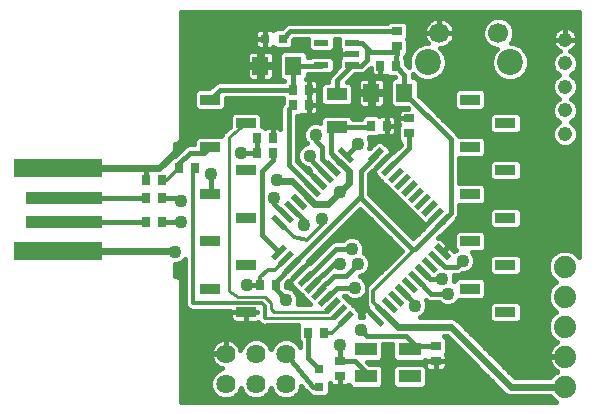
<source format=gtl>
G75*
G70*
%OFA0B0*%
%FSLAX24Y24*%
%IPPOS*%
%LPD*%
%AMOC8*
5,1,8,0,0,1.08239X$1,22.5*
%
%ADD10R,0.0276X0.0354*%
%ADD11R,0.0551X0.0630*%
%ADD12R,0.0354X0.0276*%
%ADD13R,0.0315X0.0315*%
%ADD14R,0.0591X0.0197*%
%ADD15R,0.0197X0.0591*%
%ADD16R,0.0748X0.0433*%
%ADD17R,0.0709X0.0394*%
%ADD18R,0.0472X0.0217*%
%ADD19R,0.2953X0.0591*%
%ADD20R,0.2559X0.0394*%
%ADD21R,0.0669X0.0335*%
%ADD22C,0.0640*%
%ADD23C,0.0740*%
%ADD24C,0.0476*%
%ADD25C,0.0866*%
%ADD26C,0.0669*%
%ADD27C,0.0240*%
%ADD28C,0.0160*%
%ADD29C,0.0436*%
%ADD30C,0.0120*%
%ADD31C,0.0100*%
D10*
X004944Y006401D03*
X005456Y006401D03*
X005456Y007201D03*
X004944Y007201D03*
X004944Y007801D03*
X005456Y007801D03*
X006044Y008201D03*
X006556Y008201D03*
X008644Y008701D03*
X009156Y008701D03*
X009156Y009201D03*
X008644Y009201D03*
X009844Y010301D03*
X010356Y010301D03*
X010356Y010801D03*
X009844Y010801D03*
X012444Y009601D03*
X012956Y009601D03*
X012744Y011601D03*
X013256Y011601D03*
X009256Y004301D03*
X008744Y004301D03*
X010344Y002701D03*
X010856Y002701D03*
D11*
X012449Y010701D03*
X013551Y010701D03*
X009851Y011601D03*
X008749Y011601D03*
D12*
X013300Y012245D03*
X013300Y012757D03*
X013700Y009857D03*
X013700Y009345D03*
X014600Y002257D03*
X014600Y001745D03*
X011400Y001757D03*
X011400Y001245D03*
D13*
X010700Y001496D03*
X010700Y000905D03*
X009495Y012501D03*
X008905Y012501D03*
D14*
G36*
X011733Y008351D02*
X011316Y008766D01*
X011455Y008905D01*
X011872Y008490D01*
X011733Y008351D01*
G37*
G36*
X011511Y008128D02*
X011094Y008543D01*
X011233Y008682D01*
X011650Y008267D01*
X011511Y008128D01*
G37*
G36*
X011288Y007905D02*
X010871Y008320D01*
X011010Y008459D01*
X011427Y008044D01*
X011288Y007905D01*
G37*
G36*
X011066Y007682D02*
X010649Y008097D01*
X010788Y008236D01*
X011205Y007821D01*
X011066Y007682D01*
G37*
G36*
X010844Y007459D02*
X010427Y007874D01*
X010566Y008013D01*
X010983Y007598D01*
X010844Y007459D01*
G37*
G36*
X010622Y007235D02*
X010205Y007650D01*
X010344Y007789D01*
X010761Y007374D01*
X010622Y007235D01*
G37*
G36*
X010399Y007012D02*
X009982Y007427D01*
X010121Y007566D01*
X010538Y007151D01*
X010399Y007012D01*
G37*
G36*
X010177Y006789D02*
X009760Y007204D01*
X009899Y007343D01*
X010316Y006928D01*
X010177Y006789D01*
G37*
G36*
X009955Y006566D02*
X009538Y006981D01*
X009677Y007120D01*
X010094Y006705D01*
X009955Y006566D01*
G37*
G36*
X009732Y006343D02*
X009315Y006758D01*
X009454Y006897D01*
X009871Y006482D01*
X009732Y006343D01*
G37*
G36*
X009510Y006120D02*
X009093Y006535D01*
X009232Y006674D01*
X009649Y006259D01*
X009510Y006120D01*
G37*
G36*
X013190Y003342D02*
X012773Y003757D01*
X012912Y003896D01*
X013329Y003481D01*
X013190Y003342D01*
G37*
G36*
X012967Y003119D02*
X012550Y003534D01*
X012689Y003673D01*
X013106Y003258D01*
X012967Y003119D01*
G37*
G36*
X012745Y002896D02*
X012328Y003311D01*
X012467Y003450D01*
X012884Y003035D01*
X012745Y002896D01*
G37*
G36*
X013412Y003566D02*
X012995Y003981D01*
X013134Y004120D01*
X013551Y003705D01*
X013412Y003566D01*
G37*
G36*
X013634Y003789D02*
X013217Y004204D01*
X013356Y004343D01*
X013773Y003928D01*
X013634Y003789D01*
G37*
G36*
X013856Y004012D02*
X013439Y004427D01*
X013578Y004566D01*
X013995Y004151D01*
X013856Y004012D01*
G37*
G36*
X014079Y004235D02*
X013662Y004650D01*
X013801Y004789D01*
X014218Y004374D01*
X014079Y004235D01*
G37*
G36*
X014301Y004458D02*
X013884Y004873D01*
X014023Y005012D01*
X014440Y004597D01*
X014301Y004458D01*
G37*
G36*
X014523Y004681D02*
X014106Y005096D01*
X014245Y005235D01*
X014662Y004820D01*
X014523Y004681D01*
G37*
G36*
X014746Y004904D02*
X014329Y005319D01*
X014468Y005458D01*
X014885Y005043D01*
X014746Y004904D01*
G37*
G36*
X014968Y005127D02*
X014551Y005542D01*
X014690Y005681D01*
X015107Y005266D01*
X014968Y005127D01*
G37*
D15*
G36*
X014689Y006128D02*
X014550Y006267D01*
X014965Y006684D01*
X015104Y006545D01*
X014689Y006128D01*
G37*
G36*
X014466Y006351D02*
X014327Y006490D01*
X014742Y006907D01*
X014881Y006768D01*
X014466Y006351D01*
G37*
G36*
X014243Y006573D02*
X014104Y006712D01*
X014519Y007129D01*
X014658Y006990D01*
X014243Y006573D01*
G37*
G36*
X014020Y006795D02*
X013881Y006934D01*
X014296Y007351D01*
X014435Y007212D01*
X014020Y006795D01*
G37*
G36*
X013797Y007018D02*
X013658Y007157D01*
X014073Y007574D01*
X014212Y007435D01*
X013797Y007018D01*
G37*
G36*
X013574Y007240D02*
X013435Y007379D01*
X013850Y007796D01*
X013989Y007657D01*
X013574Y007240D01*
G37*
G36*
X013351Y007462D02*
X013212Y007601D01*
X013627Y008018D01*
X013766Y007879D01*
X013351Y007462D01*
G37*
G36*
X013128Y007685D02*
X012989Y007824D01*
X013404Y008241D01*
X013543Y008102D01*
X013128Y007685D01*
G37*
G36*
X012905Y007907D02*
X012766Y008046D01*
X013181Y008463D01*
X013320Y008324D01*
X012905Y007907D01*
G37*
G36*
X012681Y008129D02*
X012542Y008268D01*
X012957Y008685D01*
X013096Y008546D01*
X012681Y008129D01*
G37*
G36*
X012458Y008352D02*
X012319Y008491D01*
X012734Y008908D01*
X012873Y008769D01*
X012458Y008352D01*
G37*
G36*
X009235Y005117D02*
X009096Y005256D01*
X009511Y005673D01*
X009650Y005534D01*
X009235Y005117D01*
G37*
G36*
X009458Y004894D02*
X009319Y005033D01*
X009734Y005450D01*
X009873Y005311D01*
X009458Y004894D01*
G37*
G36*
X009681Y004672D02*
X009542Y004811D01*
X009957Y005228D01*
X010096Y005089D01*
X009681Y004672D01*
G37*
G36*
X009904Y004450D02*
X009765Y004589D01*
X010180Y005006D01*
X010319Y004867D01*
X009904Y004450D01*
G37*
G36*
X010127Y004227D02*
X009988Y004366D01*
X010403Y004783D01*
X010542Y004644D01*
X010127Y004227D01*
G37*
G36*
X010350Y004005D02*
X010211Y004144D01*
X010626Y004561D01*
X010765Y004422D01*
X010350Y004005D01*
G37*
G36*
X010573Y003783D02*
X010434Y003922D01*
X010849Y004339D01*
X010988Y004200D01*
X010573Y003783D01*
G37*
G36*
X010796Y003561D02*
X010657Y003700D01*
X011072Y004117D01*
X011211Y003978D01*
X010796Y003561D01*
G37*
G36*
X011019Y003338D02*
X010880Y003477D01*
X011295Y003894D01*
X011434Y003755D01*
X011019Y003338D01*
G37*
G36*
X011243Y003116D02*
X011104Y003255D01*
X011519Y003672D01*
X011658Y003533D01*
X011243Y003116D01*
G37*
G36*
X011466Y002894D02*
X011327Y003033D01*
X011742Y003450D01*
X011881Y003311D01*
X011466Y002894D01*
G37*
D16*
X012272Y002153D03*
X012272Y001248D03*
X013728Y001248D03*
X013728Y002153D03*
D17*
X011300Y009549D03*
X011300Y010652D03*
D18*
X010788Y011627D03*
X010788Y012375D03*
X011812Y012375D03*
X011812Y012001D03*
X011812Y011627D03*
D19*
X002021Y008179D03*
X002021Y005423D03*
D20*
X002218Y006407D03*
X002218Y007194D03*
D21*
X007079Y007325D03*
X008260Y006538D03*
X007079Y005750D03*
X008260Y004963D03*
X007079Y004175D03*
X008260Y003388D03*
X008260Y008112D03*
X007079Y008900D03*
X008260Y009687D03*
X007079Y010475D03*
X015740Y010475D03*
X016921Y009687D03*
X015740Y008900D03*
X016921Y008112D03*
X015740Y007325D03*
X016921Y006538D03*
X015740Y005750D03*
X016921Y004963D03*
X015740Y004175D03*
X016921Y003388D03*
D22*
X009600Y002001D03*
X008600Y002001D03*
X007600Y002001D03*
X007600Y001001D03*
X008600Y001001D03*
X009600Y001001D03*
D23*
X018900Y000901D03*
X018900Y001901D03*
X018900Y002901D03*
X018900Y003901D03*
X018900Y004901D03*
D24*
X018906Y009326D03*
X018906Y010113D03*
X018906Y010901D03*
X018906Y011688D03*
X018906Y012475D03*
D25*
X017078Y011716D03*
X014322Y011716D03*
D26*
X014716Y012701D03*
X016684Y012701D03*
D27*
X011700Y008101D02*
X011396Y008405D01*
X011372Y008405D01*
X011700Y008101D02*
X011700Y007701D01*
X011400Y007401D01*
X011000Y007001D01*
X010549Y007001D01*
X010260Y007289D01*
X009805Y007745D01*
X009356Y007745D01*
X009300Y007801D01*
X007100Y009901D02*
X005378Y008179D01*
X004800Y008179D01*
X002021Y008179D01*
X002021Y005423D02*
X005822Y005423D01*
X005900Y005401D01*
X012828Y003396D02*
X013324Y002901D01*
X015100Y002901D01*
X017100Y000901D01*
X018900Y000901D01*
D28*
X006100Y000401D02*
X006100Y004483D01*
X005983Y004601D01*
X005900Y004601D01*
X005900Y004983D01*
X005983Y004983D01*
X006137Y005046D01*
X006240Y005149D01*
X006240Y003649D01*
X006280Y003553D01*
X006353Y003480D01*
X006448Y003441D01*
X007745Y003441D01*
X007745Y003392D01*
X008256Y003392D01*
X008256Y003441D01*
X008264Y003441D01*
X008264Y003392D01*
X008640Y003392D01*
X008640Y003384D01*
X008264Y003384D01*
X008264Y003392D01*
X008256Y003392D01*
X008256Y003384D01*
X008264Y003384D01*
X008264Y003041D01*
X008618Y003041D01*
X008664Y003053D01*
X008677Y003060D01*
X008680Y003053D01*
X008753Y002980D01*
X008848Y002941D01*
X008952Y002941D01*
X008976Y002951D01*
X010006Y002951D01*
X010006Y002441D01*
X010064Y002383D01*
X010064Y002239D01*
X010041Y002295D01*
X009895Y002441D01*
X009703Y002521D01*
X009497Y002521D01*
X009305Y002441D01*
X009159Y002295D01*
X009100Y002152D01*
X009041Y002295D01*
X008895Y002441D01*
X008703Y002521D01*
X008497Y002521D01*
X008305Y002441D01*
X008159Y002295D01*
X008087Y002120D01*
X008063Y002193D01*
X008028Y002263D01*
X007981Y002326D01*
X007926Y002382D01*
X007862Y002428D01*
X007792Y002464D01*
X007717Y002488D01*
X007639Y002501D01*
X007609Y002501D01*
X007609Y002009D01*
X007591Y002009D01*
X007591Y001992D01*
X007100Y001992D01*
X007100Y001961D01*
X007112Y001884D01*
X007137Y001809D01*
X007172Y001739D01*
X007219Y001675D01*
X007274Y001619D01*
X007338Y001573D01*
X007408Y001537D01*
X007480Y001514D01*
X007305Y001441D01*
X007159Y001295D01*
X007080Y001104D01*
X007080Y000897D01*
X007159Y000706D01*
X007305Y000560D01*
X007497Y000481D01*
X007703Y000481D01*
X007895Y000560D01*
X008041Y000706D01*
X008100Y000849D01*
X008159Y000706D01*
X008305Y000560D01*
X008497Y000481D01*
X008703Y000481D01*
X008895Y000560D01*
X009041Y000706D01*
X009100Y000849D01*
X009159Y000706D01*
X009305Y000560D01*
X009497Y000481D01*
X009703Y000481D01*
X009895Y000560D01*
X010041Y000706D01*
X010120Y000897D01*
X010120Y000922D01*
X010252Y000760D01*
X010258Y000747D01*
X010287Y000717D01*
X010314Y000685D01*
X010326Y000678D01*
X010337Y000668D01*
X010343Y000666D01*
X010343Y000665D01*
X010460Y000548D01*
X010940Y000548D01*
X011057Y000665D01*
X011057Y001033D01*
X011079Y000996D01*
X011112Y000963D01*
X011153Y000939D01*
X011199Y000927D01*
X011400Y000927D01*
X011601Y000927D01*
X011647Y000939D01*
X011688Y000963D01*
X011698Y000973D01*
X011698Y000948D01*
X011815Y000831D01*
X012729Y000831D01*
X012846Y000948D01*
X012846Y001547D01*
X012729Y001664D01*
X012388Y001664D01*
X012316Y001737D01*
X012729Y001737D01*
X012846Y001854D01*
X012846Y002321D01*
X013154Y002321D01*
X013154Y001854D01*
X013271Y001737D01*
X014185Y001737D01*
X014243Y001794D01*
X014243Y001745D01*
X014600Y001745D01*
X014957Y001745D01*
X014957Y001906D01*
X014945Y001952D01*
X014926Y001985D01*
X014977Y002036D01*
X014977Y002477D01*
X014874Y002581D01*
X014967Y002581D01*
X016919Y000629D01*
X017036Y000581D01*
X018416Y000581D01*
X018417Y000578D01*
X018577Y000417D01*
X018618Y000401D01*
X006100Y000401D01*
X006100Y000456D02*
X018538Y000456D01*
X018416Y001221D02*
X017233Y001221D01*
X015371Y003082D01*
X015281Y003172D01*
X015164Y003221D01*
X014075Y003221D01*
X014137Y003246D01*
X014254Y003364D01*
X014318Y003517D01*
X014318Y003684D01*
X014280Y003776D01*
X014292Y003763D01*
X014395Y003721D01*
X014689Y003721D01*
X014763Y003646D01*
X014917Y003583D01*
X015083Y003583D01*
X015237Y003646D01*
X015354Y003764D01*
X015373Y003808D01*
X016158Y003808D01*
X016275Y003925D01*
X016275Y004426D01*
X016158Y004543D01*
X015323Y004543D01*
X015218Y004438D01*
X015218Y004584D01*
X015203Y004621D01*
X015356Y004621D01*
X015459Y004663D01*
X015478Y004683D01*
X015583Y004683D01*
X015737Y004746D01*
X015854Y004864D01*
X015918Y005017D01*
X015918Y005184D01*
X015854Y005337D01*
X015809Y005383D01*
X016158Y005383D01*
X016275Y005500D01*
X016275Y006000D01*
X016158Y006118D01*
X015323Y006118D01*
X015206Y006000D01*
X015206Y005500D01*
X015257Y005449D01*
X015218Y005410D01*
X015026Y005602D01*
X014800Y005827D01*
X014759Y005850D01*
X014713Y005862D01*
X014665Y005862D01*
X014655Y005860D01*
X014723Y005928D01*
X014772Y005928D01*
X015306Y006464D01*
X015306Y006510D01*
X015337Y006542D01*
X015380Y006645D01*
X015380Y006958D01*
X016158Y006958D01*
X016275Y007075D01*
X016275Y007575D01*
X016158Y007692D01*
X015380Y007692D01*
X015380Y008533D01*
X016158Y008533D01*
X016275Y008650D01*
X016275Y009150D01*
X016158Y009267D01*
X015355Y009267D01*
X015337Y009310D01*
X015259Y009389D01*
X015259Y009389D01*
X014027Y010621D01*
X014027Y011098D01*
X013910Y011216D01*
X013831Y011216D01*
X013831Y011312D01*
X013963Y011180D01*
X014196Y011083D01*
X014448Y011083D01*
X014681Y011180D01*
X014859Y011358D01*
X014955Y011590D01*
X014955Y011842D01*
X014859Y012075D01*
X014748Y012186D01*
X014756Y012186D01*
X014836Y012199D01*
X014913Y012224D01*
X014985Y012260D01*
X015051Y012308D01*
X015108Y012365D01*
X015156Y012431D01*
X015193Y012503D01*
X015218Y012580D01*
X015230Y012660D01*
X015230Y012701D01*
X015230Y012741D01*
X015218Y012821D01*
X015193Y012898D01*
X015156Y012970D01*
X015108Y013036D01*
X015051Y013093D01*
X014985Y013141D01*
X014913Y013178D01*
X014836Y013203D01*
X014756Y013215D01*
X014716Y013215D01*
X014716Y012701D01*
X014716Y012701D01*
X015230Y012701D01*
X014716Y012701D01*
X014716Y012701D01*
X014716Y013215D01*
X014675Y013215D01*
X014595Y013203D01*
X014518Y013178D01*
X014446Y013141D01*
X014380Y013093D01*
X014323Y013036D01*
X014276Y012970D01*
X014239Y012898D01*
X014214Y012821D01*
X014201Y012741D01*
X014201Y012701D01*
X014716Y012701D01*
X014716Y012701D01*
X014201Y012701D01*
X014201Y012660D01*
X014214Y012580D01*
X014239Y012503D01*
X014276Y012431D01*
X014323Y012365D01*
X014339Y012349D01*
X014196Y012349D01*
X013963Y012253D01*
X013785Y012075D01*
X013689Y011842D01*
X013689Y011590D01*
X013708Y011545D01*
X013594Y011659D01*
X013594Y011861D01*
X013557Y011897D01*
X013558Y011907D01*
X013560Y011907D01*
X013677Y012024D01*
X013677Y012465D01*
X013642Y012501D01*
X013677Y012536D01*
X013677Y012977D01*
X013560Y013094D01*
X013040Y013094D01*
X012982Y013037D01*
X009695Y013037D01*
X009593Y012994D01*
X009457Y012858D01*
X009255Y012858D01*
X009186Y012789D01*
X009173Y012802D01*
X009132Y012826D01*
X009086Y012838D01*
X008905Y012838D01*
X008905Y012501D01*
X008905Y012501D01*
X008905Y012838D01*
X008724Y012838D01*
X008678Y012826D01*
X008637Y012802D01*
X008603Y012769D01*
X008580Y012728D01*
X008567Y012682D01*
X008567Y012501D01*
X008905Y012501D01*
X008905Y012501D01*
X008905Y012163D01*
X009086Y012163D01*
X009132Y012175D01*
X009173Y012199D01*
X009186Y012212D01*
X009255Y012143D01*
X009736Y012143D01*
X009853Y012260D01*
X009853Y012462D01*
X009867Y012477D01*
X010352Y012477D01*
X010352Y012184D01*
X010469Y012066D01*
X011107Y012066D01*
X011224Y012184D01*
X011224Y012477D01*
X011376Y012477D01*
X011376Y012184D01*
X011402Y012157D01*
X011396Y012133D01*
X011396Y012001D01*
X011812Y012001D01*
X011812Y012001D01*
X011396Y012001D01*
X011396Y011869D01*
X011402Y011844D01*
X011376Y011818D01*
X011376Y011586D01*
X011063Y011273D01*
X011020Y011170D01*
X011020Y011049D01*
X010863Y011049D01*
X010746Y010932D01*
X010746Y010372D01*
X010863Y010255D01*
X011737Y010255D01*
X011854Y010372D01*
X011854Y010932D01*
X011737Y011049D01*
X011630Y011049D01*
X011900Y011318D01*
X012131Y011318D01*
X012133Y011321D01*
X012156Y011321D01*
X012259Y011363D01*
X012337Y011442D01*
X012426Y011531D01*
X012426Y011400D01*
X012439Y011354D01*
X012462Y011313D01*
X012496Y011279D01*
X012537Y011256D01*
X012583Y011243D01*
X012744Y011243D01*
X012744Y011601D01*
X012744Y011601D01*
X012744Y011243D01*
X012906Y011243D01*
X012951Y011256D01*
X012984Y011275D01*
X013035Y011223D01*
X013237Y011223D01*
X013245Y011216D01*
X013193Y011216D01*
X013076Y011098D01*
X013076Y010303D01*
X013193Y010186D01*
X013670Y010186D01*
X013682Y010174D01*
X013499Y010174D01*
X013453Y010162D01*
X013412Y010138D01*
X013379Y010105D01*
X013355Y010064D01*
X013343Y010018D01*
X013343Y009857D01*
X013700Y009857D01*
X013700Y009857D01*
X013343Y009857D01*
X013343Y009695D01*
X013355Y009649D01*
X013274Y009649D01*
X013274Y009601D02*
X013274Y009801D01*
X013261Y009847D01*
X013238Y009888D01*
X013204Y009922D01*
X013163Y009946D01*
X013117Y009958D01*
X012956Y009958D01*
X012956Y009601D01*
X012956Y009601D01*
X012956Y009958D01*
X012794Y009958D01*
X012749Y009946D01*
X012716Y009927D01*
X012665Y009978D01*
X012223Y009978D01*
X012106Y009861D01*
X012106Y009829D01*
X011854Y009829D01*
X011737Y009946D01*
X010863Y009946D01*
X010746Y009829D01*
X010746Y009693D01*
X010683Y009719D01*
X010517Y009719D01*
X010363Y009655D01*
X010246Y009537D01*
X010182Y009384D01*
X010182Y009217D01*
X010246Y009064D01*
X010298Y009011D01*
X010163Y008955D01*
X010046Y008837D01*
X009982Y008684D01*
X009982Y008517D01*
X010046Y008364D01*
X010163Y008246D01*
X010317Y008183D01*
X010322Y008183D01*
X010401Y008104D01*
X010368Y008071D01*
X010344Y008047D01*
X009980Y008411D01*
X009980Y009923D01*
X010065Y009923D01*
X010116Y009975D01*
X010149Y009956D01*
X010194Y009943D01*
X010356Y009943D01*
X010517Y009943D01*
X010563Y009956D01*
X010604Y009979D01*
X010638Y010013D01*
X010661Y010054D01*
X010674Y010100D01*
X010674Y010301D01*
X010674Y010501D01*
X010661Y010547D01*
X010659Y010551D01*
X010661Y010554D01*
X010674Y010600D01*
X010746Y010600D01*
X010674Y010600D02*
X010674Y010801D01*
X010674Y011001D01*
X010661Y011047D01*
X010638Y011088D01*
X010604Y011122D01*
X010563Y011146D01*
X010517Y011158D01*
X010356Y011158D01*
X010356Y010801D01*
X010356Y010801D01*
X010356Y011158D01*
X010282Y011158D01*
X010327Y011203D01*
X010327Y011321D01*
X010467Y011321D01*
X010469Y011318D01*
X011107Y011318D01*
X011224Y011436D01*
X011224Y011818D01*
X011107Y011935D01*
X010469Y011935D01*
X010415Y011881D01*
X010327Y011881D01*
X010327Y011998D01*
X010210Y012116D01*
X009493Y012116D01*
X009376Y011998D01*
X009376Y011203D01*
X009493Y011086D01*
X009531Y011086D01*
X009526Y011081D01*
X007349Y011081D01*
X007246Y011038D01*
X007050Y010842D01*
X006661Y010842D01*
X006544Y010725D01*
X006544Y010224D01*
X006661Y010107D01*
X007496Y010107D01*
X007613Y010224D01*
X007613Y010521D01*
X009506Y010521D01*
X009506Y010359D01*
X009463Y010315D01*
X009420Y010212D01*
X009420Y009506D01*
X009404Y009522D01*
X009363Y009546D01*
X009317Y009558D01*
X009156Y009558D01*
X009156Y009201D01*
X009156Y009201D01*
X009156Y009558D01*
X008994Y009558D01*
X008949Y009546D01*
X008916Y009527D01*
X008865Y009578D01*
X008794Y009578D01*
X008794Y009937D01*
X008677Y010055D01*
X007842Y010055D01*
X007725Y009937D01*
X007725Y009572D01*
X007570Y009444D01*
X007558Y009439D01*
X007532Y009413D01*
X007503Y009389D01*
X007497Y009378D01*
X007488Y009369D01*
X007474Y009334D01*
X007456Y009301D01*
X007455Y009289D01*
X007450Y009277D01*
X007450Y009267D01*
X006661Y009267D01*
X006544Y009150D01*
X006544Y008981D01*
X006344Y008981D01*
X006241Y008938D01*
X005900Y008597D01*
X005900Y009001D01*
X005983Y009001D01*
X006100Y009118D01*
X006100Y013397D01*
X019370Y013397D01*
X019370Y005237D01*
X019223Y005384D01*
X019013Y005471D01*
X018787Y005471D01*
X018577Y005384D01*
X018417Y005224D01*
X018330Y005014D01*
X018330Y004787D01*
X018417Y004578D01*
X018577Y004417D01*
X018618Y004401D01*
X018577Y004384D01*
X018417Y004224D01*
X018330Y004014D01*
X018330Y003787D01*
X018417Y003578D01*
X018577Y003417D01*
X018618Y003401D01*
X018577Y003384D01*
X018417Y003224D01*
X018330Y003014D01*
X018330Y002787D01*
X018417Y002578D01*
X018577Y002417D01*
X018646Y002389D01*
X018612Y002371D01*
X018542Y002320D01*
X018480Y002259D01*
X018430Y002189D01*
X018390Y002112D01*
X018364Y002029D01*
X018350Y001944D01*
X018350Y001921D01*
X018880Y001921D01*
X018880Y001881D01*
X018350Y001881D01*
X018350Y001857D01*
X018364Y001772D01*
X018390Y001690D01*
X018430Y001612D01*
X018480Y001542D01*
X018542Y001481D01*
X018612Y001430D01*
X018646Y001413D01*
X018577Y001384D01*
X018417Y001224D01*
X018416Y001221D01*
X018442Y001249D02*
X017205Y001249D01*
X017046Y001407D02*
X018633Y001407D01*
X018464Y001566D02*
X016888Y001566D01*
X016729Y001724D02*
X018379Y001724D01*
X018367Y002041D02*
X016412Y002041D01*
X016571Y001883D02*
X018880Y001883D01*
X018437Y002200D02*
X016254Y002200D01*
X016095Y002358D02*
X018594Y002358D01*
X018478Y002517D02*
X015937Y002517D01*
X015778Y002675D02*
X018376Y002675D01*
X018330Y002834D02*
X015620Y002834D01*
X015461Y002992D02*
X018330Y002992D01*
X018387Y003151D02*
X017456Y003151D01*
X017456Y003138D02*
X017456Y003638D01*
X017339Y003755D01*
X016504Y003755D01*
X016387Y003638D01*
X016387Y003138D01*
X016504Y003021D01*
X017339Y003021D01*
X017456Y003138D01*
X017456Y003309D02*
X018502Y003309D01*
X018527Y003468D02*
X017456Y003468D01*
X017456Y003626D02*
X018397Y003626D01*
X018331Y003785D02*
X015363Y003785D01*
X015189Y003626D02*
X016387Y003626D01*
X016387Y003468D02*
X014297Y003468D01*
X014318Y003626D02*
X014811Y003626D01*
X015000Y004001D02*
X014451Y004001D01*
X013940Y004512D01*
X014162Y004735D02*
X014396Y004501D01*
X014800Y004501D01*
X015218Y004577D02*
X018417Y004577D01*
X018576Y004419D02*
X016275Y004419D01*
X016275Y004260D02*
X018453Y004260D01*
X018366Y004102D02*
X016275Y004102D01*
X016275Y003943D02*
X018330Y003943D01*
X017456Y004713D02*
X017339Y004596D01*
X016504Y004596D01*
X016387Y004713D01*
X016387Y005213D01*
X016504Y005330D01*
X017339Y005330D01*
X017456Y005213D01*
X017456Y004713D01*
X017456Y004736D02*
X018351Y004736D01*
X018330Y004894D02*
X017456Y004894D01*
X017456Y005053D02*
X018346Y005053D01*
X018412Y005211D02*
X017456Y005211D01*
X018563Y005370D02*
X015822Y005370D01*
X015907Y005211D02*
X016387Y005211D01*
X016387Y005053D02*
X015918Y005053D01*
X015867Y004894D02*
X016387Y004894D01*
X016387Y004736D02*
X015711Y004736D01*
X015500Y005101D02*
X015300Y004901D01*
X014900Y004901D01*
X014619Y005181D01*
X014607Y005181D01*
X014829Y005404D02*
X014829Y005404D01*
X015026Y005602D01*
X014829Y005404D01*
X014953Y005528D02*
X014953Y005528D01*
X015099Y005528D02*
X015206Y005528D01*
X015206Y005687D02*
X014940Y005687D01*
X014768Y005845D02*
X015206Y005845D01*
X015209Y006004D02*
X014847Y006004D01*
X015005Y006162D02*
X019370Y006162D01*
X019370Y006004D02*
X016272Y006004D01*
X016275Y005845D02*
X019370Y005845D01*
X019370Y005687D02*
X016275Y005687D01*
X016275Y005528D02*
X019370Y005528D01*
X019370Y005370D02*
X019237Y005370D01*
X019370Y006321D02*
X017456Y006321D01*
X017456Y006287D02*
X017339Y006170D01*
X016504Y006170D01*
X016387Y006287D01*
X016387Y006788D01*
X016504Y006905D01*
X017339Y006905D01*
X017456Y006788D01*
X017456Y006287D01*
X017456Y006479D02*
X019370Y006479D01*
X019370Y006638D02*
X017456Y006638D01*
X017448Y006796D02*
X019370Y006796D01*
X019370Y006955D02*
X015380Y006955D01*
X015380Y006796D02*
X016395Y006796D01*
X016387Y006638D02*
X015377Y006638D01*
X015306Y006479D02*
X016387Y006479D01*
X016387Y006321D02*
X015163Y006321D01*
X014827Y006406D02*
X014827Y006428D01*
X015100Y006701D01*
X015100Y009152D01*
X013551Y010701D01*
X013551Y011305D01*
X013256Y011601D01*
X013300Y012245D01*
X013197Y012053D01*
X012447Y012053D01*
X012300Y012201D01*
X012300Y011801D01*
X012100Y011601D01*
X011838Y011601D01*
X011812Y011627D01*
X011300Y011115D01*
X011300Y010652D01*
X011854Y010600D02*
X011993Y010600D01*
X011993Y010643D02*
X011993Y010362D01*
X012005Y010316D01*
X012029Y010275D01*
X012063Y010242D01*
X012104Y010218D01*
X012150Y010206D01*
X012391Y010206D01*
X012391Y010643D01*
X011993Y010643D01*
X011993Y010758D02*
X011993Y011039D01*
X012005Y011085D01*
X012029Y011126D01*
X012063Y011160D01*
X012104Y011183D01*
X012150Y011196D01*
X012391Y011196D01*
X012391Y010758D01*
X012391Y010643D01*
X012507Y010643D01*
X012507Y010758D01*
X012904Y010758D01*
X012904Y011039D01*
X012892Y011085D01*
X012868Y011126D01*
X012835Y011160D01*
X012794Y011183D01*
X012748Y011196D01*
X012507Y011196D01*
X012507Y010758D01*
X012391Y010758D01*
X011993Y010758D01*
X011993Y010759D02*
X011854Y010759D01*
X011854Y010917D02*
X011993Y010917D01*
X012003Y011076D02*
X011657Y011076D01*
X011815Y011234D02*
X013025Y011234D01*
X013076Y011076D02*
X012895Y011076D01*
X012904Y010917D02*
X013076Y010917D01*
X013076Y010759D02*
X012904Y010759D01*
X012904Y010643D02*
X012507Y010643D01*
X012507Y010206D01*
X012748Y010206D01*
X012794Y010218D01*
X012835Y010242D01*
X012868Y010275D01*
X012892Y010316D01*
X012904Y010362D01*
X012904Y010643D01*
X012904Y010600D02*
X013076Y010600D01*
X013076Y010442D02*
X012904Y010442D01*
X012873Y010283D02*
X013095Y010283D01*
X013399Y010125D02*
X010674Y010125D01*
X010674Y010283D02*
X010835Y010283D01*
X010674Y010301D02*
X010356Y010301D01*
X010356Y010301D01*
X010356Y010658D01*
X010356Y010801D01*
X010674Y010801D01*
X010356Y010801D01*
X010356Y010801D01*
X010356Y010801D01*
X010356Y010301D01*
X010674Y010301D01*
X010674Y010442D02*
X010746Y010442D01*
X010356Y010442D02*
X010356Y010442D01*
X010356Y010301D02*
X010356Y010301D01*
X010356Y009943D01*
X010356Y010301D01*
X010356Y010301D01*
X010356Y010283D02*
X010356Y010283D01*
X010356Y010125D02*
X010356Y010125D01*
X010356Y009966D02*
X010356Y009966D01*
X010581Y009966D02*
X012212Y009966D01*
X012391Y010283D02*
X012507Y010283D01*
X012507Y010442D02*
X012391Y010442D01*
X012391Y010600D02*
X012507Y010600D01*
X012507Y010759D02*
X012391Y010759D01*
X012391Y010917D02*
X012507Y010917D01*
X012507Y011076D02*
X012391Y011076D01*
X012428Y011393D02*
X012288Y011393D01*
X012744Y011393D02*
X012744Y011393D01*
X012744Y011551D02*
X012744Y011551D01*
X013594Y011710D02*
X013689Y011710D01*
X013700Y011868D02*
X013586Y011868D01*
X013677Y012027D02*
X013765Y012027D01*
X013677Y012185D02*
X013896Y012185D01*
X013677Y012344D02*
X014182Y012344D01*
X014239Y012502D02*
X013643Y012502D01*
X013677Y012661D02*
X014201Y012661D01*
X014213Y012819D02*
X013677Y012819D01*
X013677Y012978D02*
X014281Y012978D01*
X014440Y013136D02*
X006100Y013136D01*
X006100Y012978D02*
X009576Y012978D01*
X009751Y012757D02*
X009495Y012501D01*
X009751Y012757D02*
X013300Y012757D01*
X012300Y012201D02*
X012126Y012375D01*
X011812Y012375D01*
X011376Y012344D02*
X011224Y012344D01*
X011224Y012185D02*
X011376Y012185D01*
X011396Y012027D02*
X010299Y012027D01*
X010352Y012185D02*
X009778Y012185D01*
X009853Y012344D02*
X010352Y012344D01*
X011174Y011868D02*
X011396Y011868D01*
X011376Y011710D02*
X011224Y011710D01*
X011224Y011551D02*
X011340Y011551D01*
X011182Y011393D02*
X011182Y011393D01*
X011046Y011234D02*
X010327Y011234D01*
X010356Y011076D02*
X010356Y011076D01*
X010356Y010917D02*
X010356Y010917D01*
X010356Y010759D02*
X010356Y010759D01*
X010674Y010759D02*
X010746Y010759D01*
X010746Y010917D02*
X010674Y010917D01*
X010645Y011076D02*
X011020Y011076D01*
X010762Y011601D02*
X009851Y011601D01*
X009844Y011594D01*
X009844Y010801D01*
X007405Y010801D01*
X007079Y010475D01*
X006544Y010442D02*
X006100Y010442D01*
X006100Y010600D02*
X006544Y010600D01*
X006578Y010759D02*
X006100Y010759D01*
X006100Y010917D02*
X007125Y010917D01*
X007337Y011076D02*
X006100Y011076D01*
X006100Y011234D02*
X008301Y011234D01*
X008305Y011216D02*
X008329Y011175D01*
X008363Y011142D01*
X008404Y011118D01*
X008450Y011106D01*
X008691Y011106D01*
X008691Y011543D01*
X008293Y011543D01*
X008293Y011262D01*
X008305Y011216D01*
X008293Y011393D02*
X006100Y011393D01*
X006100Y011551D02*
X008691Y011551D01*
X008691Y011543D02*
X008691Y011658D01*
X008293Y011658D01*
X008293Y011939D01*
X008305Y011985D01*
X008329Y012026D01*
X008363Y012060D01*
X008404Y012083D01*
X008450Y012096D01*
X008691Y012096D01*
X008691Y011658D01*
X008807Y011658D01*
X009204Y011658D01*
X009204Y011939D01*
X009192Y011985D01*
X009168Y012026D01*
X009135Y012060D01*
X009094Y012083D01*
X009048Y012096D01*
X008807Y012096D01*
X008807Y011658D01*
X008807Y011543D01*
X009204Y011543D01*
X009204Y011262D01*
X009192Y011216D01*
X009168Y011175D01*
X009135Y011142D01*
X009094Y011118D01*
X009048Y011106D01*
X008807Y011106D01*
X008807Y011543D01*
X008691Y011543D01*
X008807Y011551D02*
X009376Y011551D01*
X009376Y011393D02*
X009204Y011393D01*
X009197Y011234D02*
X009376Y011234D01*
X009376Y011710D02*
X009204Y011710D01*
X009204Y011868D02*
X009376Y011868D01*
X009404Y012027D02*
X009168Y012027D01*
X009149Y012185D02*
X009213Y012185D01*
X008905Y012185D02*
X008905Y012185D01*
X008905Y012163D02*
X008905Y012501D01*
X008905Y012501D01*
X008567Y012501D01*
X008567Y012319D01*
X008580Y012274D01*
X008603Y012233D01*
X008637Y012199D01*
X008678Y012175D01*
X008724Y012163D01*
X008905Y012163D01*
X008807Y012027D02*
X008691Y012027D01*
X008691Y011868D02*
X008807Y011868D01*
X008807Y011710D02*
X008691Y011710D01*
X008691Y011393D02*
X008807Y011393D01*
X008807Y011234D02*
X008691Y011234D01*
X008293Y011710D02*
X006100Y011710D01*
X006100Y011868D02*
X008293Y011868D01*
X008330Y012027D02*
X006100Y012027D01*
X006100Y012185D02*
X008661Y012185D01*
X008567Y012344D02*
X006100Y012344D01*
X006100Y012502D02*
X008567Y012502D01*
X008567Y012661D02*
X006100Y012661D01*
X006100Y012819D02*
X008666Y012819D01*
X008905Y012819D02*
X008905Y012819D01*
X008905Y012661D02*
X008905Y012661D01*
X008905Y012502D02*
X008905Y012502D01*
X008905Y012344D02*
X008905Y012344D01*
X009143Y012819D02*
X009216Y012819D01*
X010762Y011601D02*
X010788Y011627D01*
X010356Y010600D02*
X010356Y010600D01*
X009844Y010301D02*
X009700Y010157D01*
X009700Y008295D01*
X010483Y007512D01*
X010705Y007736D02*
X010368Y008071D01*
X010705Y007736D01*
X010705Y007736D01*
X010693Y007747D02*
X010693Y007747D01*
X010534Y007906D02*
X010534Y007906D01*
X010375Y008064D02*
X010375Y008064D01*
X010361Y008064D02*
X010327Y008064D01*
X010220Y008223D02*
X010168Y008223D01*
X010038Y008381D02*
X010010Y008381D01*
X009980Y008540D02*
X009982Y008540D01*
X009980Y008698D02*
X009988Y008698D01*
X009980Y008857D02*
X010065Y008857D01*
X009980Y009015D02*
X010294Y009015D01*
X010200Y009174D02*
X009980Y009174D01*
X009980Y009332D02*
X010182Y009332D01*
X010226Y009491D02*
X009980Y009491D01*
X009980Y009649D02*
X010357Y009649D01*
X010131Y009966D02*
X010107Y009966D01*
X009980Y009808D02*
X010746Y009808D01*
X011100Y009501D02*
X011149Y009549D01*
X011300Y009549D01*
X012393Y009549D01*
X012444Y009601D01*
X012360Y009223D02*
X012665Y009223D01*
X012716Y009275D01*
X012749Y009256D01*
X012794Y009243D01*
X012956Y009243D01*
X013117Y009243D01*
X013163Y009256D01*
X013204Y009279D01*
X013238Y009313D01*
X013261Y009354D01*
X013274Y009400D01*
X013274Y009601D01*
X012956Y009601D01*
X012956Y009601D01*
X013274Y009601D01*
X013323Y009565D02*
X013323Y009124D01*
X013421Y009026D01*
X013422Y008960D01*
X013180Y008719D01*
X013155Y008744D01*
X012819Y008407D01*
X012484Y008071D01*
X012819Y008407D01*
X012819Y008407D01*
X013155Y008744D01*
X013074Y008824D01*
X013074Y008853D01*
X012818Y009108D01*
X012652Y009108D01*
X012387Y008842D01*
X012418Y008917D01*
X012418Y009084D01*
X012360Y009223D01*
X012381Y009174D02*
X013323Y009174D01*
X013421Y009015D02*
X012911Y009015D01*
X013070Y008857D02*
X013318Y008857D01*
X013109Y008698D02*
X013109Y008698D01*
X012951Y008540D02*
X012951Y008540D01*
X012819Y008407D02*
X012819Y008407D01*
X012793Y008381D02*
X012793Y008381D01*
X012635Y008223D02*
X012635Y008223D01*
X012475Y008080D02*
X012484Y008071D01*
X012564Y007990D01*
X012565Y007962D01*
X012788Y007740D01*
X012788Y007740D01*
X013011Y007518D01*
X013011Y007518D01*
X013234Y007295D01*
X013457Y007073D01*
X013457Y007073D01*
X013680Y006851D01*
X013680Y006851D01*
X013903Y006628D01*
X014160Y006372D01*
X014188Y006372D01*
X014269Y006292D01*
X014282Y006279D01*
X013850Y005847D01*
X012380Y007317D01*
X012380Y007985D01*
X012475Y008080D01*
X012460Y008064D02*
X012491Y008064D01*
X012380Y007906D02*
X012621Y007906D01*
X012780Y007747D02*
X012380Y007747D01*
X012380Y007589D02*
X012939Y007589D01*
X013098Y007430D02*
X012380Y007430D01*
X012425Y007272D02*
X013257Y007272D01*
X013234Y007295D02*
X013234Y007295D01*
X013417Y007113D02*
X012583Y007113D01*
X012742Y006955D02*
X013576Y006955D01*
X013735Y006796D02*
X012900Y006796D01*
X013059Y006638D02*
X013894Y006638D01*
X013903Y006628D02*
X013903Y006628D01*
X014053Y006479D02*
X013217Y006479D01*
X013376Y006321D02*
X014240Y006321D01*
X014269Y006292D02*
X014604Y006629D01*
X014604Y006629D01*
X014269Y006292D01*
X014297Y006321D02*
X014297Y006321D01*
X014455Y006479D02*
X014455Y006479D01*
X014806Y006406D02*
X014827Y006406D01*
X014806Y006406D02*
X013900Y005501D01*
X013800Y005501D01*
X012100Y007201D01*
X012085Y007216D01*
X012100Y007231D01*
X012100Y008101D01*
X012596Y008597D01*
X012596Y008630D01*
X012401Y008857D02*
X012393Y008857D01*
X012418Y009015D02*
X012559Y009015D01*
X012956Y009243D02*
X012956Y009601D01*
X012956Y009243D01*
X012956Y009332D02*
X012956Y009332D01*
X012956Y009491D02*
X012956Y009491D01*
X012956Y009601D02*
X012956Y009601D01*
X012956Y009649D02*
X012956Y009649D01*
X012956Y009808D02*
X012956Y009808D01*
X012676Y009966D02*
X013343Y009966D01*
X013343Y009808D02*
X013272Y009808D01*
X013355Y009649D02*
X013374Y009617D01*
X013323Y009565D01*
X013323Y009491D02*
X013274Y009491D01*
X013249Y009332D02*
X013323Y009332D01*
X013700Y009345D02*
X013702Y008845D01*
X013043Y008185D01*
X012000Y009001D02*
X011627Y008628D01*
X011594Y008628D01*
X011372Y008405D02*
X011100Y008677D01*
X011100Y009501D01*
X010600Y009301D02*
X010600Y009101D01*
X010800Y008901D01*
X010800Y008501D01*
X011119Y008182D01*
X011149Y008182D01*
X010927Y007973D02*
X010500Y008401D01*
X010400Y008601D01*
X010927Y007973D02*
X010927Y007959D01*
X012085Y007216D02*
X009819Y004950D01*
X009256Y004387D01*
X009256Y004301D01*
X009256Y004145D01*
X009600Y003801D01*
X009890Y004102D02*
X009969Y004102D01*
X010010Y004060D02*
X010010Y004060D01*
X010233Y003838D01*
X010421Y003651D01*
X009990Y003651D01*
X010018Y003717D01*
X010018Y003884D01*
X009954Y004037D01*
X009837Y004155D01*
X009683Y004219D01*
X009594Y004219D01*
X009594Y004329D01*
X009681Y004416D01*
X009706Y004391D01*
X010042Y004728D01*
X010377Y005064D01*
X010403Y005039D01*
X011023Y005659D01*
X011102Y005738D01*
X011205Y005781D01*
X011489Y005781D01*
X011563Y005855D01*
X011717Y005919D01*
X011883Y005919D01*
X012037Y005855D01*
X012154Y005737D01*
X012218Y005584D01*
X012218Y005417D01*
X012199Y005371D01*
X012237Y005355D01*
X012354Y005237D01*
X012418Y005084D01*
X012418Y004917D01*
X012354Y004764D01*
X012237Y004646D01*
X012083Y004583D01*
X012071Y004583D01*
X012137Y004555D01*
X012254Y004437D01*
X012317Y004286D01*
X013468Y005436D01*
X012085Y006820D01*
X010353Y005089D01*
X010377Y005064D01*
X010042Y004728D01*
X010042Y004728D01*
X010042Y004728D01*
X009706Y004391D01*
X009787Y004311D01*
X009787Y004283D01*
X010010Y004060D01*
X009994Y003943D02*
X010128Y003943D01*
X010233Y003838D02*
X010233Y003838D01*
X010287Y003785D02*
X010018Y003785D01*
X009810Y004260D02*
X009594Y004260D01*
X009734Y004419D02*
X009734Y004419D01*
X009892Y004577D02*
X009892Y004577D01*
X010265Y004505D02*
X011260Y005501D01*
X011800Y005501D01*
X012176Y005687D02*
X013218Y005687D01*
X013059Y005845D02*
X012047Y005845D01*
X012218Y005528D02*
X013376Y005528D01*
X013401Y005370D02*
X012202Y005370D01*
X012365Y005211D02*
X013243Y005211D01*
X013084Y005053D02*
X012418Y005053D01*
X012408Y004894D02*
X012926Y004894D01*
X012767Y004736D02*
X012326Y004736D01*
X012084Y004577D02*
X012609Y004577D01*
X012450Y004419D02*
X012262Y004419D01*
X011900Y004201D02*
X011296Y004201D01*
X010934Y003839D01*
X010938Y003839D01*
X010711Y004061D02*
X010711Y004112D01*
X011200Y004601D01*
X011600Y004601D01*
X012000Y005001D01*
X011400Y005001D02*
X011200Y005001D01*
X010488Y004289D01*
X010488Y004283D01*
X010050Y004736D02*
X010050Y004736D01*
X010208Y004894D02*
X010208Y004894D01*
X010366Y005053D02*
X010366Y005053D01*
X010389Y005053D02*
X010416Y005053D01*
X010476Y005211D02*
X010575Y005211D01*
X010634Y005370D02*
X010733Y005370D01*
X010793Y005528D02*
X010892Y005528D01*
X010951Y005687D02*
X011050Y005687D01*
X011110Y005845D02*
X011553Y005845D01*
X011268Y006004D02*
X012901Y006004D01*
X012742Y006162D02*
X011427Y006162D01*
X011585Y006321D02*
X012584Y006321D01*
X012425Y006479D02*
X011744Y006479D01*
X011902Y006638D02*
X012267Y006638D01*
X012108Y006796D02*
X012061Y006796D01*
X012100Y007201D02*
X012100Y007201D01*
X013534Y006162D02*
X014166Y006162D01*
X014007Y006004D02*
X013693Y006004D01*
X013495Y004066D02*
X013900Y003661D01*
X013900Y003601D01*
X014200Y003309D02*
X016387Y003309D01*
X016387Y003151D02*
X015303Y003151D01*
X015031Y002517D02*
X014938Y002517D01*
X014977Y002358D02*
X015190Y002358D01*
X015348Y002200D02*
X014977Y002200D01*
X014977Y002041D02*
X015507Y002041D01*
X015665Y001883D02*
X014957Y001883D01*
X014957Y001745D02*
X014600Y001745D01*
X014600Y001745D01*
X014600Y001745D01*
X014243Y001745D01*
X014243Y001607D01*
X014185Y001664D01*
X013271Y001664D01*
X013154Y001547D01*
X013154Y000948D01*
X013271Y000831D01*
X014185Y000831D01*
X014302Y000948D01*
X014302Y001473D01*
X014312Y001463D01*
X014353Y001439D01*
X014399Y001427D01*
X014600Y001427D01*
X014801Y001427D01*
X014847Y001439D01*
X014888Y001463D01*
X014921Y001496D01*
X014945Y001537D01*
X014957Y001583D01*
X014957Y001745D01*
X014957Y001724D02*
X015824Y001724D01*
X015982Y001566D02*
X014952Y001566D01*
X014600Y001566D02*
X014600Y001566D01*
X014600Y001427D02*
X014600Y001745D01*
X014600Y001745D01*
X014600Y001427D01*
X014302Y001407D02*
X016141Y001407D01*
X016299Y001249D02*
X014302Y001249D01*
X014302Y001090D02*
X016458Y001090D01*
X016616Y000932D02*
X014286Y000932D01*
X014243Y001724D02*
X012328Y001724D01*
X012272Y001385D02*
X011900Y001757D01*
X011400Y001757D01*
X011400Y002301D01*
X012100Y002801D02*
X012300Y002601D01*
X013600Y002601D01*
X013831Y002369D01*
X013831Y002257D01*
X013728Y002153D01*
X013831Y002257D02*
X014600Y002257D01*
X014600Y001724D02*
X014600Y001724D01*
X013173Y001566D02*
X012827Y001566D01*
X012846Y001407D02*
X013154Y001407D01*
X013154Y001249D02*
X012846Y001249D01*
X012846Y001090D02*
X013154Y001090D01*
X013171Y000932D02*
X012829Y000932D01*
X012272Y001248D02*
X012272Y001385D01*
X011714Y000932D02*
X011618Y000932D01*
X011400Y000932D02*
X011400Y000932D01*
X011400Y000927D02*
X011400Y001245D01*
X011400Y001245D01*
X011400Y000927D01*
X011400Y001090D02*
X011400Y001090D01*
X011182Y000932D02*
X011057Y000932D01*
X011057Y000773D02*
X016775Y000773D01*
X016954Y000615D02*
X011007Y000615D01*
X010700Y000905D02*
X010495Y000905D01*
X009600Y002001D01*
X009120Y002200D02*
X009080Y002200D01*
X008978Y002358D02*
X009222Y002358D01*
X009487Y002517D02*
X008713Y002517D01*
X008487Y002517D02*
X006100Y002517D01*
X006100Y002675D02*
X010006Y002675D01*
X010006Y002517D02*
X009713Y002517D01*
X009978Y002358D02*
X010064Y002358D01*
X010344Y002701D02*
X010344Y001852D01*
X010700Y001496D01*
X010242Y000773D02*
X010069Y000773D01*
X009949Y000615D02*
X010393Y000615D01*
X009251Y000615D02*
X008949Y000615D01*
X009069Y000773D02*
X009131Y000773D01*
X008251Y000615D02*
X007949Y000615D01*
X008069Y000773D02*
X008131Y000773D01*
X007251Y000615D02*
X006100Y000615D01*
X006100Y000773D02*
X007131Y000773D01*
X007080Y000932D02*
X006100Y000932D01*
X006100Y001090D02*
X007080Y001090D01*
X007140Y001249D02*
X006100Y001249D01*
X006100Y001407D02*
X007271Y001407D01*
X007352Y001566D02*
X006100Y001566D01*
X006100Y001724D02*
X007183Y001724D01*
X007113Y001883D02*
X006100Y001883D01*
X006100Y002041D02*
X007100Y002041D01*
X007100Y002040D02*
X007100Y002009D01*
X007591Y002009D01*
X007591Y002501D01*
X007561Y002501D01*
X007483Y002488D01*
X007408Y002464D01*
X007338Y002428D01*
X007274Y002382D01*
X007219Y002326D01*
X007172Y002263D01*
X007137Y002193D01*
X007112Y002118D01*
X007100Y002040D01*
X007140Y002200D02*
X006100Y002200D01*
X006100Y002358D02*
X007250Y002358D01*
X007591Y002358D02*
X007609Y002358D01*
X007609Y002200D02*
X007591Y002200D01*
X007591Y002041D02*
X007609Y002041D01*
X007950Y002358D02*
X008222Y002358D01*
X008120Y002200D02*
X008060Y002200D01*
X008741Y002992D02*
X006100Y002992D01*
X006100Y002834D02*
X010006Y002834D01*
X011554Y003921D02*
X011589Y003921D01*
X011663Y003846D01*
X011817Y003783D01*
X011983Y003783D01*
X012137Y003846D01*
X012240Y003949D01*
X012240Y003673D01*
X012280Y003577D01*
X012309Y003548D01*
X012269Y003509D01*
X012183Y003422D01*
X012159Y003381D01*
X012147Y003335D01*
X012147Y003288D01*
X012160Y003242D01*
X012173Y003219D01*
X012072Y003219D01*
X012082Y003229D01*
X012082Y003394D01*
X011859Y003617D01*
X011635Y003839D01*
X011554Y003921D01*
X011635Y003839D02*
X011635Y003839D01*
X011690Y003785D02*
X011812Y003785D01*
X011849Y003626D02*
X012259Y003626D01*
X012269Y003509D02*
X012552Y003227D01*
X012552Y003227D01*
X012269Y003509D01*
X012228Y003468D02*
X012008Y003468D01*
X012082Y003309D02*
X012147Y003309D01*
X012310Y003468D02*
X012310Y003468D01*
X012470Y003309D02*
X012470Y003309D01*
X012240Y003785D02*
X011988Y003785D01*
X011859Y003617D02*
X011859Y003617D01*
X012234Y003943D02*
X012240Y003943D01*
X012846Y002200D02*
X013154Y002200D01*
X013154Y002041D02*
X012846Y002041D01*
X012846Y001883D02*
X013154Y001883D01*
X008744Y004301D02*
X008300Y004301D01*
X008744Y004321D02*
X008744Y004301D01*
X008256Y003384D02*
X007745Y003384D01*
X007745Y003197D01*
X007757Y003151D01*
X007781Y003110D01*
X007815Y003077D01*
X007856Y003053D01*
X007901Y003041D01*
X008256Y003041D01*
X008256Y003384D01*
X008256Y003309D02*
X008264Y003309D01*
X008256Y003151D02*
X008264Y003151D01*
X007758Y003151D02*
X006100Y003151D01*
X006100Y003309D02*
X007745Y003309D01*
X006383Y003468D02*
X006100Y003468D01*
X006100Y003626D02*
X006249Y003626D01*
X006240Y003785D02*
X006100Y003785D01*
X006100Y003943D02*
X006240Y003943D01*
X006240Y004102D02*
X006100Y004102D01*
X006100Y004260D02*
X006240Y004260D01*
X006240Y004419D02*
X006100Y004419D01*
X006006Y004577D02*
X006240Y004577D01*
X006240Y004736D02*
X005900Y004736D01*
X005900Y004894D02*
X006240Y004894D01*
X006240Y005053D02*
X006143Y005053D01*
X006100Y006401D02*
X005456Y006401D01*
X004944Y006401D02*
X002224Y006401D01*
X002224Y007201D02*
X004944Y007201D01*
X005456Y007201D02*
X005900Y007201D01*
X006100Y007101D01*
X007079Y007325D02*
X007100Y007346D01*
X007100Y008001D01*
X006880Y008701D02*
X006400Y008701D01*
X006044Y008345D01*
X006044Y008201D01*
X006002Y008698D02*
X005900Y008698D01*
X005900Y008857D02*
X006160Y008857D01*
X005997Y009015D02*
X006544Y009015D01*
X006568Y009174D02*
X006100Y009174D01*
X006100Y009332D02*
X007473Y009332D01*
X007627Y009491D02*
X006100Y009491D01*
X006100Y009649D02*
X007725Y009649D01*
X007725Y009808D02*
X006100Y009808D01*
X006100Y009966D02*
X007754Y009966D01*
X007514Y010125D02*
X009420Y010125D01*
X009420Y009966D02*
X008766Y009966D01*
X008794Y009808D02*
X009420Y009808D01*
X009420Y009649D02*
X008794Y009649D01*
X009156Y009491D02*
X009156Y009491D01*
X009156Y009332D02*
X009156Y009332D01*
X008644Y009201D02*
X008644Y008701D01*
X008100Y008701D01*
X008800Y008101D02*
X009156Y008457D01*
X009156Y008701D01*
X008800Y008101D02*
X008800Y005967D01*
X009373Y005395D01*
X010200Y006301D02*
X010200Y006459D01*
X009816Y006843D01*
X009593Y006620D02*
X009581Y006620D01*
X009200Y007001D01*
X009200Y007201D01*
X007079Y008900D02*
X006880Y008701D01*
X006644Y010125D02*
X006100Y010125D01*
X006100Y010283D02*
X006544Y010283D01*
X007613Y010283D02*
X009449Y010283D01*
X009506Y010442D02*
X007613Y010442D01*
X004944Y008123D02*
X004800Y008179D01*
X004944Y008123D02*
X004944Y007801D01*
X011765Y010283D02*
X012025Y010283D01*
X011993Y010442D02*
X011854Y010442D01*
X013831Y011234D02*
X013909Y011234D01*
X014027Y011076D02*
X018505Y011076D01*
X018535Y011149D02*
X018468Y010988D01*
X018468Y010813D01*
X018535Y010652D01*
X018658Y010529D01*
X018712Y010507D01*
X018658Y010485D01*
X018535Y010361D01*
X018468Y010200D01*
X018468Y010026D01*
X018535Y009865D01*
X018658Y009742D01*
X018712Y009720D01*
X018658Y009697D01*
X018535Y009574D01*
X018468Y009413D01*
X018468Y009239D01*
X018535Y009078D01*
X018658Y008954D01*
X018819Y008888D01*
X018993Y008888D01*
X019154Y008954D01*
X019278Y009078D01*
X019344Y009239D01*
X019344Y009413D01*
X019278Y009574D01*
X019154Y009697D01*
X019101Y009720D01*
X019154Y009742D01*
X019278Y009865D01*
X019344Y010026D01*
X019344Y010200D01*
X019278Y010361D01*
X019154Y010485D01*
X019101Y010507D01*
X019154Y010529D01*
X019278Y010652D01*
X019344Y010813D01*
X019344Y010988D01*
X019278Y011149D01*
X019154Y011272D01*
X019101Y011294D01*
X019154Y011317D01*
X019278Y011440D01*
X019344Y011601D01*
X019344Y011775D01*
X019278Y011936D01*
X019154Y012059D01*
X019075Y012092D01*
X019125Y012118D01*
X019179Y012157D01*
X019225Y012203D01*
X019264Y012256D01*
X019294Y012315D01*
X019314Y012378D01*
X019324Y012443D01*
X019324Y012475D01*
X018906Y012475D01*
X018488Y012475D01*
X018488Y012443D01*
X018498Y012378D01*
X018519Y012315D01*
X018549Y012256D01*
X018587Y012203D01*
X018634Y012157D01*
X018687Y012118D01*
X018737Y012092D01*
X018658Y012059D01*
X018535Y011936D01*
X018468Y011775D01*
X018468Y011601D01*
X018535Y011440D01*
X018658Y011317D01*
X018712Y011294D01*
X018658Y011272D01*
X018535Y011149D01*
X018620Y011234D02*
X017491Y011234D01*
X017437Y011180D02*
X017615Y011358D01*
X017711Y011590D01*
X017711Y011842D01*
X017615Y012075D01*
X017437Y012253D01*
X017204Y012349D01*
X017089Y012349D01*
X017138Y012398D01*
X017219Y012594D01*
X017219Y012807D01*
X017138Y013003D01*
X016987Y013154D01*
X016791Y013235D01*
X016578Y013235D01*
X016381Y013154D01*
X016231Y013003D01*
X016150Y012807D01*
X016150Y012594D01*
X016231Y012398D01*
X016381Y012247D01*
X016578Y012166D01*
X016632Y012166D01*
X016541Y012075D01*
X016445Y011842D01*
X016445Y011590D01*
X016541Y011358D01*
X016719Y011180D01*
X016952Y011083D01*
X017204Y011083D01*
X017437Y011180D01*
X017629Y011393D02*
X018582Y011393D01*
X018489Y011551D02*
X017695Y011551D01*
X017711Y011710D02*
X018468Y011710D01*
X018507Y011868D02*
X017700Y011868D01*
X017635Y012027D02*
X018625Y012027D01*
X018605Y012185D02*
X017504Y012185D01*
X017218Y012344D02*
X018509Y012344D01*
X018488Y012475D02*
X018906Y012475D01*
X018906Y012475D01*
X018906Y012475D01*
X018906Y012894D01*
X018873Y012894D01*
X018808Y012883D01*
X018746Y012863D01*
X018687Y012833D01*
X018634Y012794D01*
X018587Y012748D01*
X018549Y012695D01*
X018519Y012636D01*
X018498Y012573D01*
X018488Y012508D01*
X018488Y012475D01*
X018488Y012502D02*
X017181Y012502D01*
X017219Y012661D02*
X018531Y012661D01*
X018668Y012819D02*
X017214Y012819D01*
X017148Y012978D02*
X019370Y012978D01*
X019370Y013136D02*
X017005Y013136D01*
X016364Y013136D02*
X014992Y013136D01*
X015151Y012978D02*
X016220Y012978D01*
X016155Y012819D02*
X015218Y012819D01*
X015230Y012661D02*
X016150Y012661D01*
X016188Y012502D02*
X015192Y012502D01*
X015087Y012344D02*
X016285Y012344D01*
X016532Y012185D02*
X014749Y012185D01*
X014879Y012027D02*
X016521Y012027D01*
X016456Y011868D02*
X014944Y011868D01*
X014955Y011710D02*
X016445Y011710D01*
X016461Y011551D02*
X014939Y011551D01*
X014873Y011393D02*
X016527Y011393D01*
X016665Y011234D02*
X014735Y011234D01*
X015239Y010759D02*
X014027Y010759D01*
X014027Y010917D02*
X018468Y010917D01*
X018491Y010759D02*
X016241Y010759D01*
X016275Y010725D02*
X016158Y010842D01*
X015323Y010842D01*
X015206Y010725D01*
X015206Y010224D01*
X015323Y010107D01*
X016158Y010107D01*
X016275Y010224D01*
X016275Y010725D01*
X016275Y010600D02*
X018587Y010600D01*
X018615Y010442D02*
X016275Y010442D01*
X016275Y010283D02*
X018502Y010283D01*
X018468Y010125D02*
X016175Y010125D01*
X016387Y009937D02*
X016387Y009437D01*
X016504Y009320D01*
X017339Y009320D01*
X017456Y009437D01*
X017456Y009937D01*
X017339Y010055D01*
X016504Y010055D01*
X016387Y009937D01*
X016415Y009966D02*
X014682Y009966D01*
X014840Y009808D02*
X016387Y009808D01*
X016387Y009649D02*
X014999Y009649D01*
X015157Y009491D02*
X016387Y009491D01*
X016492Y009332D02*
X015316Y009332D01*
X015305Y010125D02*
X014523Y010125D01*
X014365Y010283D02*
X015206Y010283D01*
X015206Y010442D02*
X014206Y010442D01*
X014048Y010600D02*
X015206Y010600D01*
X013705Y011551D02*
X013701Y011551D01*
X014716Y012819D02*
X014716Y012819D01*
X014716Y012978D02*
X014716Y012978D01*
X014716Y013136D02*
X014716Y013136D01*
X018906Y012894D02*
X018906Y012475D01*
X018906Y012475D01*
X019324Y012475D01*
X019324Y012508D01*
X019314Y012573D01*
X019294Y012636D01*
X019264Y012695D01*
X019225Y012748D01*
X019179Y012794D01*
X019125Y012833D01*
X019067Y012863D01*
X019004Y012883D01*
X018939Y012894D01*
X018906Y012894D01*
X018906Y012819D02*
X018906Y012819D01*
X018906Y012661D02*
X018906Y012661D01*
X018906Y012502D02*
X018906Y012502D01*
X019145Y012819D02*
X019370Y012819D01*
X019370Y012661D02*
X019281Y012661D01*
X019324Y012502D02*
X019370Y012502D01*
X019370Y012344D02*
X019303Y012344D01*
X019370Y012185D02*
X019207Y012185D01*
X019187Y012027D02*
X019370Y012027D01*
X019370Y011868D02*
X019306Y011868D01*
X019344Y011710D02*
X019370Y011710D01*
X019370Y011551D02*
X019324Y011551D01*
X019370Y011393D02*
X019231Y011393D01*
X019192Y011234D02*
X019370Y011234D01*
X019370Y011076D02*
X019308Y011076D01*
X019344Y010917D02*
X019370Y010917D01*
X019370Y010759D02*
X019322Y010759D01*
X019370Y010600D02*
X019225Y010600D01*
X019197Y010442D02*
X019370Y010442D01*
X019370Y010283D02*
X019310Y010283D01*
X019344Y010125D02*
X019370Y010125D01*
X019370Y009966D02*
X019320Y009966D01*
X019370Y009808D02*
X019220Y009808D01*
X019203Y009649D02*
X019370Y009649D01*
X019370Y009491D02*
X019312Y009491D01*
X019344Y009332D02*
X019370Y009332D01*
X019370Y009174D02*
X019317Y009174D01*
X019370Y009015D02*
X019215Y009015D01*
X019370Y008857D02*
X016275Y008857D01*
X016275Y009015D02*
X018597Y009015D01*
X018495Y009174D02*
X016251Y009174D01*
X016275Y008698D02*
X019370Y008698D01*
X019370Y008540D02*
X016165Y008540D01*
X016387Y008363D02*
X016387Y007862D01*
X016504Y007745D01*
X017339Y007745D01*
X017456Y007862D01*
X017456Y008363D01*
X017339Y008480D01*
X016504Y008480D01*
X016387Y008363D01*
X016405Y008381D02*
X015380Y008381D01*
X015380Y008223D02*
X016387Y008223D01*
X016387Y008064D02*
X015380Y008064D01*
X015380Y007906D02*
X016387Y007906D01*
X016502Y007747D02*
X015380Y007747D01*
X016261Y007589D02*
X019370Y007589D01*
X019370Y007430D02*
X016275Y007430D01*
X016275Y007272D02*
X019370Y007272D01*
X019370Y007113D02*
X016275Y007113D01*
X017341Y007747D02*
X019370Y007747D01*
X019370Y007906D02*
X017456Y007906D01*
X017456Y008064D02*
X019370Y008064D01*
X019370Y008223D02*
X017456Y008223D01*
X017437Y008381D02*
X019370Y008381D01*
X018468Y009332D02*
X017351Y009332D01*
X017456Y009491D02*
X018500Y009491D01*
X018610Y009649D02*
X017456Y009649D01*
X017456Y009808D02*
X018592Y009808D01*
X018493Y009966D02*
X017427Y009966D01*
X019370Y013295D02*
X006100Y013295D01*
D29*
X010600Y009301D03*
X010400Y008601D03*
X009300Y007801D03*
X009200Y007201D03*
X010200Y006301D03*
X010800Y006501D03*
X011400Y007401D03*
X012000Y009001D03*
X008100Y008701D03*
X007100Y008001D03*
X006100Y007101D03*
X006100Y006401D03*
X005900Y005401D03*
X008300Y004301D03*
X009600Y003801D03*
X011400Y005001D03*
X012000Y005001D03*
X011800Y005501D03*
X012700Y005501D03*
X011900Y004201D03*
X012100Y002801D03*
X011400Y002301D03*
X013900Y003601D03*
X015000Y004001D03*
X014800Y004501D03*
X015500Y005101D03*
D30*
X013900Y005501D02*
X012500Y004101D01*
X012500Y003725D01*
X012828Y003396D01*
X012606Y003173D02*
X012300Y003479D01*
X012300Y004301D01*
X012900Y004901D01*
X012900Y005101D01*
X012700Y005301D01*
X012700Y005501D01*
X010800Y006301D02*
X010800Y006501D01*
X010800Y006301D02*
X010300Y005801D01*
X009867Y005901D01*
X009371Y006397D01*
X009596Y005172D02*
X009224Y004801D01*
X009000Y004801D01*
X008744Y004545D01*
X008744Y004321D01*
X008800Y003701D02*
X006500Y003701D01*
X006500Y008201D01*
X006556Y008201D01*
X006044Y008201D02*
X005644Y007801D01*
X005456Y007801D01*
X002224Y007201D02*
X002218Y007194D01*
X002218Y006407D02*
X002224Y006401D01*
X008800Y003701D02*
X008900Y003601D01*
X008900Y003201D01*
X010856Y002701D02*
X011133Y002701D01*
X011604Y003172D01*
X011381Y003394D02*
X011187Y003201D01*
D31*
X008900Y003201D01*
X009100Y003501D02*
X009100Y003701D01*
X008900Y003901D01*
X008000Y003901D01*
X007700Y004101D01*
X007700Y009227D01*
X008260Y009687D01*
X011157Y003616D02*
X010942Y003401D01*
X009200Y003401D01*
X009100Y003501D01*
M02*

</source>
